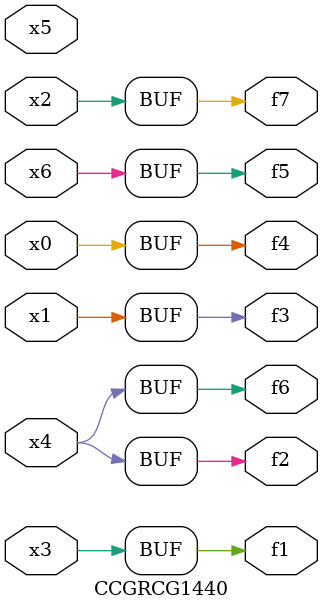
<source format=v>
module CCGRCG1440(
	input x0, x1, x2, x3, x4, x5, x6,
	output f1, f2, f3, f4, f5, f6, f7
);
	assign f1 = x3;
	assign f2 = x4;
	assign f3 = x1;
	assign f4 = x0;
	assign f5 = x6;
	assign f6 = x4;
	assign f7 = x2;
endmodule

</source>
